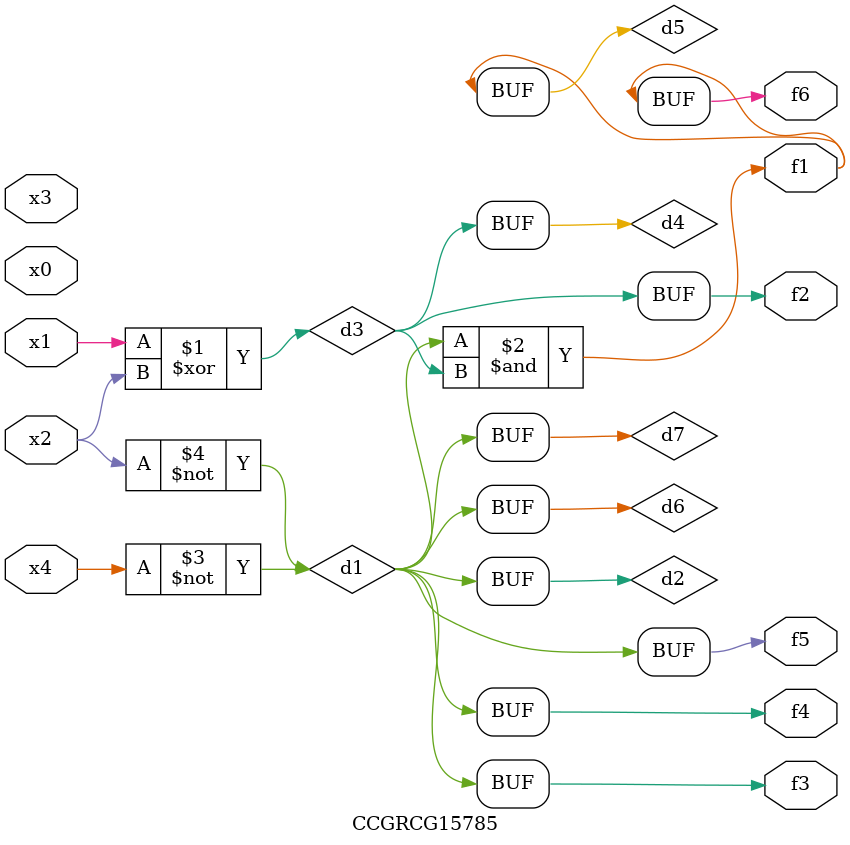
<source format=v>
module CCGRCG15785(
	input x0, x1, x2, x3, x4,
	output f1, f2, f3, f4, f5, f6
);

	wire d1, d2, d3, d4, d5, d6, d7;

	not (d1, x4);
	not (d2, x2);
	xor (d3, x1, x2);
	buf (d4, d3);
	and (d5, d1, d3);
	buf (d6, d1, d2);
	buf (d7, d2);
	assign f1 = d5;
	assign f2 = d4;
	assign f3 = d7;
	assign f4 = d7;
	assign f5 = d7;
	assign f6 = d5;
endmodule

</source>
